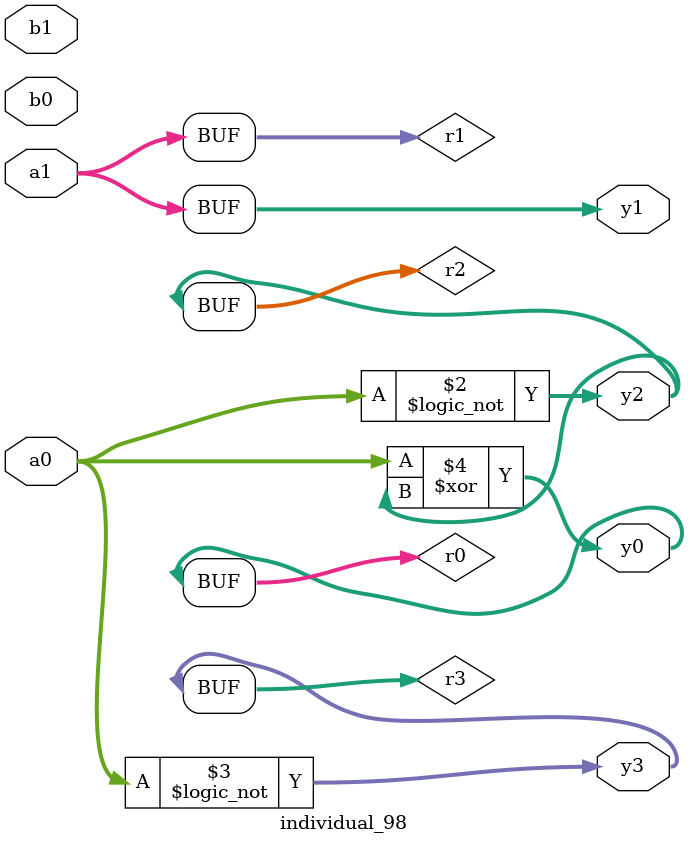
<source format=sv>
module individual_98(input logic [15:0] a1, input logic [15:0] a0, input logic [15:0] b1, input logic [15:0] b0, output logic [15:0] y3, output logic [15:0] y2, output logic [15:0] y1, output logic [15:0] y0);
logic [15:0] r0, r1, r2, r3; 
 always@(*) begin 
	 r0 = a0; r1 = a1; r2 = b0; r3 = b1; 
 	 r2 = ! a0 ;
 	 r3 = ! r0 ;
 	 r0  ^=  r2 ;
 	 y3 = r3; y2 = r2; y1 = r1; y0 = r0; 
end
endmodule
</source>
